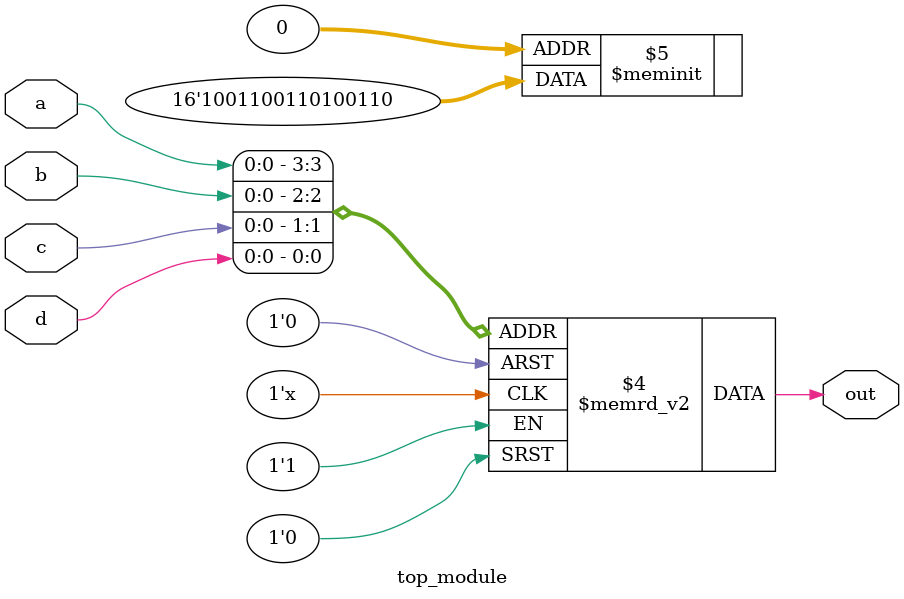
<source format=sv>
module top_module (
    input a, 
    input b,
    input c,
    input d,
    output reg out
);

    always @(a, b, c, d) begin
        case({a,b,c,d})
            4'b0000: out = 1'b0;
            4'b0001: out = 1'b1;
            4'b0010: out = 1'b1;
            4'b0011: out = 1'b0;
            4'b0100: out = 1'b0;
            4'b0101: out = 1'b1;
            4'b0110: out = 1'b0;
            4'b0111: out = 1'b1;
            4'b1000: out = 1'b1; 
            4'b1001: out = 1'b0;
            4'b1010: out = 1'b0;
            4'b1011: out = 1'b1;
            4'b1100: out = 1'b1;
            4'b1101: out = 1'b0;
            4'b1110: out = 1'b0;
            4'b1111: out = 1'b1;
        endcase
    end

endmodule

</source>
